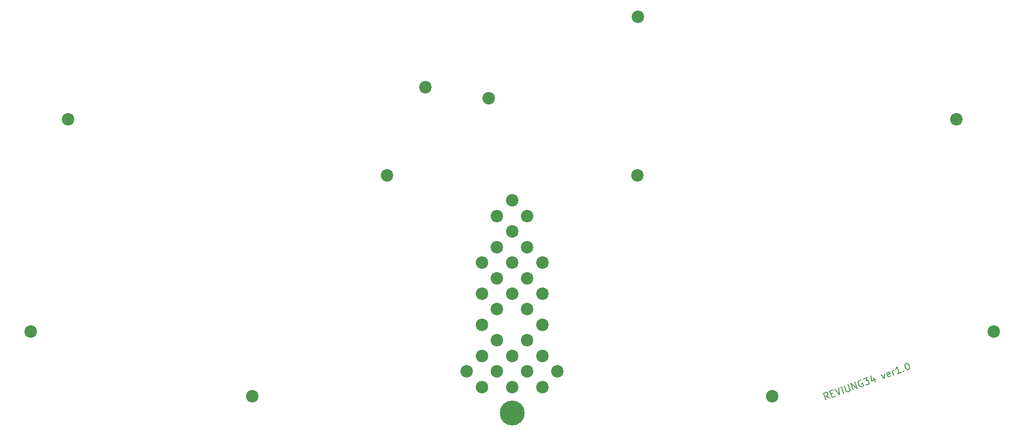
<source format=gts>
%TF.GenerationSoftware,KiCad,Pcbnew,(5.1.9-0-10_14)*%
%TF.CreationDate,2021-04-02T11:56:41+09:00*%
%TF.ProjectId,pcb-top-plate-rev1,7063622d-746f-4702-9d70-6c6174652d72,rev?*%
%TF.SameCoordinates,Original*%
%TF.FileFunction,Soldermask,Top*%
%TF.FilePolarity,Negative*%
%FSLAX46Y46*%
G04 Gerber Fmt 4.6, Leading zero omitted, Abs format (unit mm)*
G04 Created by KiCad (PCBNEW (5.1.9-0-10_14)) date 2021-04-02 11:56:41*
%MOMM*%
%LPD*%
G01*
G04 APERTURE LIST*
%ADD10C,0.200000*%
%ADD11C,2.200000*%
%ADD12C,4.400000*%
G04 APERTURE END LIST*
D10*
X183349881Y-98292663D02*
X182778564Y-97892504D01*
X182705520Y-98527191D02*
X182295096Y-97399560D01*
X182724670Y-97243208D01*
X182851607Y-97257817D01*
X182924848Y-97291970D01*
X183017633Y-97379819D01*
X183076265Y-97540909D01*
X183061656Y-97667847D01*
X183027503Y-97741087D01*
X182939654Y-97833872D01*
X182510080Y-97990224D01*
X183618167Y-97526103D02*
X183994044Y-97389295D01*
X184370118Y-97921327D02*
X183833151Y-98116767D01*
X183422727Y-96989136D01*
X183959694Y-96793696D01*
X184281875Y-96676432D02*
X185068176Y-97667255D01*
X185033629Y-96402816D01*
X185819930Y-97393639D02*
X185409506Y-96266008D01*
X185946473Y-96070568D02*
X186278721Y-96983412D01*
X186371506Y-97071261D01*
X186444747Y-97105414D01*
X186571684Y-97120023D01*
X186786471Y-97041847D01*
X186874320Y-96949062D01*
X186908473Y-96875821D01*
X186923082Y-96748884D01*
X186590834Y-95836040D01*
X187538225Y-96768231D02*
X187127801Y-95640600D01*
X188182586Y-96533703D01*
X187772161Y-95406072D01*
X188919337Y-95049344D02*
X188792399Y-95034735D01*
X188631309Y-95093367D01*
X188489763Y-95205696D01*
X188421457Y-95352178D01*
X188406849Y-95479115D01*
X188431328Y-95713446D01*
X188489960Y-95874536D01*
X188621833Y-96069779D01*
X188714618Y-96157628D01*
X188861099Y-96225934D01*
X189041733Y-96220999D01*
X189149127Y-96181910D01*
X189290673Y-96069582D01*
X189324825Y-95996341D01*
X189188017Y-95620464D01*
X188973231Y-95698640D01*
X189329366Y-94839295D02*
X190027424Y-94585223D01*
X189807899Y-95151605D01*
X189968989Y-95092973D01*
X190095926Y-95107582D01*
X190169167Y-95141734D01*
X190261952Y-95229584D01*
X190359672Y-95498067D01*
X190345063Y-95625005D01*
X190310910Y-95698246D01*
X190223061Y-95791030D01*
X189900881Y-95908294D01*
X189773943Y-95893686D01*
X189700703Y-95859533D01*
X191130773Y-94609308D02*
X191404389Y-95361062D01*
X190705937Y-94277454D02*
X190730614Y-95180625D01*
X191428671Y-94926553D01*
X192473191Y-94120708D02*
X193015291Y-94774742D01*
X193010158Y-93925268D01*
X194123378Y-94310621D02*
X194035528Y-94403406D01*
X193820741Y-94481582D01*
X193693804Y-94466973D01*
X193601019Y-94379124D01*
X193444667Y-93949550D01*
X193459276Y-93822612D01*
X193547125Y-93729828D01*
X193761912Y-93651652D01*
X193888850Y-93666260D01*
X193981634Y-93754110D01*
X194020722Y-93861503D01*
X193522843Y-94164337D01*
X194679889Y-94168878D02*
X194406273Y-93417124D01*
X194484449Y-93631910D02*
X194499058Y-93504973D01*
X194533210Y-93431732D01*
X194621060Y-93338948D01*
X194728453Y-93299860D01*
X195968610Y-93699821D02*
X195324250Y-93934350D01*
X195646430Y-93817086D02*
X195236006Y-92689454D01*
X195187244Y-92889633D01*
X195118939Y-93036114D01*
X195031089Y-93128899D01*
X196412793Y-93416532D02*
X196486033Y-93450685D01*
X196451881Y-93523925D01*
X196378640Y-93489773D01*
X196412793Y-93416532D01*
X196451881Y-93523925D01*
X196793211Y-92122678D02*
X196900604Y-92083590D01*
X197027541Y-92098199D01*
X197100782Y-92132352D01*
X197193567Y-92220201D01*
X197325440Y-92415444D01*
X197423160Y-92683927D01*
X197447639Y-92918258D01*
X197433030Y-93045196D01*
X197398878Y-93118437D01*
X197311028Y-93211221D01*
X197203635Y-93250309D01*
X197076697Y-93235701D01*
X197003457Y-93201548D01*
X196910672Y-93113698D01*
X196778799Y-92918456D01*
X196681079Y-92649972D01*
X196656600Y-92415641D01*
X196671208Y-92288704D01*
X196705361Y-92215463D01*
X196793211Y-92122678D01*
D11*
%TO.C,Ref\u002A\u002A*%
X132650000Y-96310000D03*
%TD*%
%TO.C,Ref\u002A\u002A*%
X127330000Y-96310000D03*
%TD*%
%TO.C,Ref\u002A\u002A*%
X122010000Y-96310000D03*
%TD*%
%TO.C,Ref\u002A\u002A*%
X135330000Y-93550000D03*
%TD*%
%TO.C,Ref\u002A\u002A*%
X130000000Y-93550000D03*
%TD*%
%TO.C,Ref\u002A\u002A*%
X124660000Y-93550000D03*
%TD*%
%TO.C,Ref\u002A\u002A*%
X119310000Y-93550000D03*
%TD*%
%TO.C,Ref\u002A\u002A*%
X132650000Y-90810000D03*
%TD*%
%TO.C,Ref\u002A\u002A*%
X127330000Y-90810000D03*
%TD*%
%TO.C,Ref\u002A\u002A*%
X122010000Y-90810000D03*
%TD*%
%TO.C,Ref\u002A\u002A*%
X130000000Y-88050000D03*
%TD*%
%TO.C,Ref\u002A\u002A*%
X124660000Y-88050000D03*
%TD*%
%TO.C,Ref\u002A\u002A*%
X132650000Y-85310000D03*
%TD*%
%TO.C,Ref\u002A\u002A*%
X122020000Y-85310000D03*
%TD*%
%TO.C,Ref\u002A\u002A*%
X130000000Y-82550000D03*
%TD*%
%TO.C,Ref\u002A\u002A*%
X124660000Y-82550000D03*
%TD*%
%TO.C,Ref\u002A\u002A*%
X132650000Y-79810000D03*
%TD*%
%TO.C,Ref\u002A\u002A*%
X127330000Y-79810000D03*
%TD*%
%TO.C,Ref\u002A\u002A*%
X122010000Y-79810000D03*
%TD*%
%TO.C,Ref\u002A\u002A*%
X130000000Y-77050000D03*
%TD*%
%TO.C,Ref\u002A\u002A*%
X124660000Y-77050000D03*
%TD*%
%TO.C,Ref\u002A\u002A*%
X132650000Y-74300000D03*
%TD*%
%TO.C,Ref\u002A\u002A*%
X127340000Y-74310000D03*
%TD*%
%TO.C,Ref\u002A\u002A*%
X122010000Y-74310000D03*
%TD*%
%TO.C,Ref\u002A\u002A*%
X130000000Y-71550000D03*
%TD*%
%TO.C,Ref\u002A\u002A*%
X124660000Y-71550000D03*
%TD*%
%TO.C,Ref\u002A\u002A*%
X127330000Y-68800000D03*
%TD*%
%TO.C,Ref\u002A\u002A*%
X130000000Y-66050000D03*
%TD*%
%TO.C,Ref\u002A\u002A*%
X124660000Y-66050000D03*
%TD*%
%TO.C,Ref\u002A\u002A*%
X127330000Y-63310000D03*
%TD*%
%TO.C,Ref\u002A\u002A*%
X149540000Y-30820000D03*
%TD*%
%TO.C,Ref\u002A\u002A*%
X123230000Y-45270000D03*
%TD*%
%TO.C,Ref\u002A\u002A*%
X111990000Y-43270000D03*
%TD*%
%TO.C,H8*%
X212330000Y-86490000D03*
%TD*%
%TO.C,H7*%
X205730000Y-48980000D03*
%TD*%
%TO.C,H6*%
X173220000Y-97930000D03*
%TD*%
%TO.C,H5*%
X149450000Y-58890000D03*
%TD*%
%TO.C,H3*%
X81440000Y-97930000D03*
%TD*%
%TO.C,H4*%
X105220000Y-58900000D03*
%TD*%
%TO.C,H2*%
X42320000Y-86490000D03*
%TD*%
%TO.C,H9*%
X48940000Y-48990000D03*
%TD*%
D12*
%TO.C,H1*%
X127340000Y-100910000D03*
%TD*%
M02*

</source>
